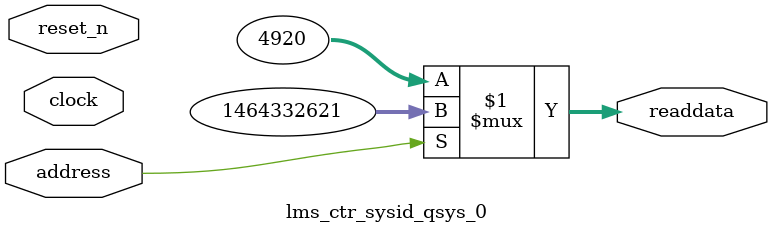
<source format=v>



// synthesis translate_off
`timescale 1ns / 1ps
// synthesis translate_on

// turn off superfluous verilog processor warnings 
// altera message_level Level1 
// altera message_off 10034 10035 10036 10037 10230 10240 10030 

module lms_ctr_sysid_qsys_0 (
               // inputs:
                address,
                clock,
                reset_n,

               // outputs:
                readdata
             )
;

  output  [ 31: 0] readdata;
  input            address;
  input            clock;
  input            reset_n;

  wire    [ 31: 0] readdata;
  //control_slave, which is an e_avalon_slave
  assign readdata = address ? 1464332621 : 4920;

endmodule




</source>
